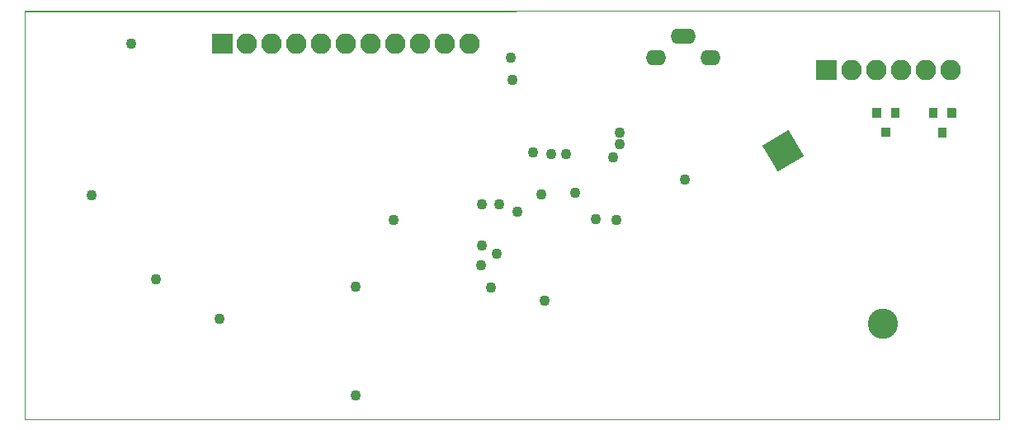
<source format=gbr>
%TF.GenerationSoftware,KiCad,Pcbnew,(5.1.7)-1*%
%TF.CreationDate,2020-10-28T13:08:51+04:00*%
%TF.ProjectId,stm32-home-light,73746d33-322d-4686-9f6d-652d6c696768,rev?*%
%TF.SameCoordinates,Original*%
%TF.FileFunction,Soldermask,Bot*%
%TF.FilePolarity,Negative*%
%FSLAX46Y46*%
G04 Gerber Fmt 4.6, Leading zero omitted, Abs format (unit mm)*
G04 Created by KiCad (PCBNEW (5.1.7)-1) date 2020-10-28 13:08:51*
%MOMM*%
%LPD*%
G01*
G04 APERTURE LIST*
%TA.AperFunction,Profile*%
%ADD10C,0.100000*%
%TD*%
%ADD11O,2.600000X1.600000*%
%ADD12O,2.100000X1.600000*%
%ADD13O,2.100000X2.100000*%
%ADD14C,3.100000*%
%ADD15C,1.100000*%
G04 APERTURE END LIST*
D10*
X229760000Y227500000D02*
X229760000Y185500000D01*
X129760000Y227410000D02*
X229760000Y227500000D01*
X129760000Y185500000D02*
X129760000Y227410000D01*
X229760000Y185500000D02*
X129760000Y185500000D01*
X129760000Y185500000D02*
X129760000Y227500000D01*
X129760000Y227500000D02*
X229760000Y227500000D01*
D11*
%TO.C,J3*%
X197298600Y224827400D03*
D12*
X194498600Y222677400D03*
X200098600Y222677400D03*
%TD*%
D13*
%TO.C,J1*%
X175410000Y224100000D03*
X172870000Y224100000D03*
X170330000Y224100000D03*
X167790000Y224100000D03*
X165250000Y224100000D03*
X162710000Y224100000D03*
X160170000Y224100000D03*
X157630000Y224100000D03*
X155090000Y224100000D03*
X152550000Y224100000D03*
G36*
G01*
X149010000Y225150000D02*
X151010000Y225150000D01*
G75*
G02*
X151060000Y225100000I0J-50000D01*
G01*
X151060000Y223100000D01*
G75*
G02*
X151010000Y223050000I-50000J0D01*
G01*
X149010000Y223050000D01*
G75*
G02*
X148960000Y223100000I0J50000D01*
G01*
X148960000Y225100000D01*
G75*
G02*
X149010000Y225150000I50000J0D01*
G01*
G37*
%TD*%
%TO.C,J2*%
X224730600Y221390200D03*
X222190600Y221390200D03*
X219650600Y221390200D03*
X217110600Y221390200D03*
X214570600Y221390200D03*
G36*
G01*
X213030600Y220340200D02*
X211030600Y220340200D01*
G75*
G02*
X210980600Y220390200I0J50000D01*
G01*
X210980600Y222390200D01*
G75*
G02*
X211030600Y222440200I50000J0D01*
G01*
X213030600Y222440200D01*
G75*
G02*
X213080600Y222390200I0J-50000D01*
G01*
X213080600Y220390200D01*
G75*
G02*
X213030600Y220340200I-50000J0D01*
G01*
G37*
%TD*%
%TO.C,D32*%
G36*
G01*
X217716400Y215496000D02*
X218516400Y215496000D01*
G75*
G02*
X218566400Y215446000I0J-50000D01*
G01*
X218566400Y214546000D01*
G75*
G02*
X218516400Y214496000I-50000J0D01*
G01*
X217716400Y214496000D01*
G75*
G02*
X217666400Y214546000I0J50000D01*
G01*
X217666400Y215446000D01*
G75*
G02*
X217716400Y215496000I50000J0D01*
G01*
G37*
G36*
G01*
X218666400Y217496000D02*
X219466400Y217496000D01*
G75*
G02*
X219516400Y217446000I0J-50000D01*
G01*
X219516400Y216546000D01*
G75*
G02*
X219466400Y216496000I-50000J0D01*
G01*
X218666400Y216496000D01*
G75*
G02*
X218616400Y216546000I0J50000D01*
G01*
X218616400Y217446000D01*
G75*
G02*
X218666400Y217496000I50000J0D01*
G01*
G37*
G36*
G01*
X216766400Y217496000D02*
X217566400Y217496000D01*
G75*
G02*
X217616400Y217446000I0J-50000D01*
G01*
X217616400Y216546000D01*
G75*
G02*
X217566400Y216496000I-50000J0D01*
G01*
X216766400Y216496000D01*
G75*
G02*
X216716400Y216546000I0J50000D01*
G01*
X216716400Y217446000D01*
G75*
G02*
X216766400Y217496000I50000J0D01*
G01*
G37*
%TD*%
%TO.C,D31*%
G36*
G01*
X223507600Y215470600D02*
X224307600Y215470600D01*
G75*
G02*
X224357600Y215420600I0J-50000D01*
G01*
X224357600Y214520600D01*
G75*
G02*
X224307600Y214470600I-50000J0D01*
G01*
X223507600Y214470600D01*
G75*
G02*
X223457600Y214520600I0J50000D01*
G01*
X223457600Y215420600D01*
G75*
G02*
X223507600Y215470600I50000J0D01*
G01*
G37*
G36*
G01*
X224457600Y217470600D02*
X225257600Y217470600D01*
G75*
G02*
X225307600Y217420600I0J-50000D01*
G01*
X225307600Y216520600D01*
G75*
G02*
X225257600Y216470600I-50000J0D01*
G01*
X224457600Y216470600D01*
G75*
G02*
X224407600Y216520600I0J50000D01*
G01*
X224407600Y217420600D01*
G75*
G02*
X224457600Y217470600I50000J0D01*
G01*
G37*
G36*
G01*
X222557600Y217470600D02*
X223357600Y217470600D01*
G75*
G02*
X223407600Y217420600I0J-50000D01*
G01*
X223407600Y216520600D01*
G75*
G02*
X223357600Y216470600I-50000J0D01*
G01*
X222557600Y216470600D01*
G75*
G02*
X222507600Y216520600I0J50000D01*
G01*
X222507600Y217420600D01*
G75*
G02*
X222557600Y217470600I50000J0D01*
G01*
G37*
%TD*%
%TO.C,BT1*%
G36*
G01*
X205485962Y213692339D02*
X208084038Y215192339D01*
G75*
G02*
X208152339Y215174038I25000J-43301D01*
G01*
X209652339Y212575962D01*
G75*
G02*
X209634038Y212507661I-43301J-25000D01*
G01*
X207035962Y211007661D01*
G75*
G02*
X206967661Y211025962I-25000J43301D01*
G01*
X205467661Y213624038D01*
G75*
G02*
X205485962Y213692339I43301J25000D01*
G01*
G37*
D14*
X217805000Y195355139D03*
%TD*%
D15*
X177562500Y199012500D03*
X163669000Y199089000D03*
X143222000Y199851000D03*
X163669000Y187913000D03*
X188307000Y206074000D03*
X186259998Y208750000D03*
X179587400Y222677400D03*
X140685000Y224125000D03*
X179747200Y220348800D03*
X183100000Y197692000D03*
X167606000Y205947000D03*
X149699000Y195787000D03*
X136643400Y208537800D03*
X181860000Y212950000D03*
X197455401Y210095401D03*
X190440600Y205997800D03*
X182769800Y208588600D03*
X178401000Y207591000D03*
X178172400Y202492600D03*
X176623000Y207591000D03*
X176623000Y203373000D03*
X180255200Y206836000D03*
X176597600Y201324200D03*
X183760000Y212800000D03*
X185301641Y212791641D03*
X190810000Y213750000D03*
X190810000Y214950000D03*
X190125463Y212401521D03*
M02*

</source>
